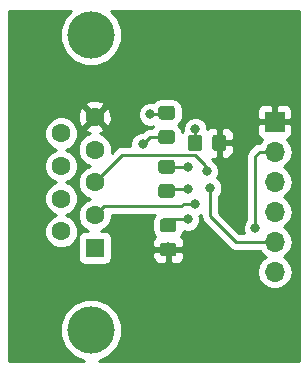
<source format=gbr>
G04 #@! TF.GenerationSoftware,KiCad,Pcbnew,(5.0.2)-1*
G04 #@! TF.CreationDate,2019-09-08T20:17:19-04:00*
G04 #@! TF.ProjectId,RS232_TTL_Female,52533233-325f-4545-944c-5f46656d616c,rev?*
G04 #@! TF.SameCoordinates,Original*
G04 #@! TF.FileFunction,Copper,L2,Bot*
G04 #@! TF.FilePolarity,Positive*
%FSLAX46Y46*%
G04 Gerber Fmt 4.6, Leading zero omitted, Abs format (unit mm)*
G04 Created by KiCad (PCBNEW (5.0.2)-1) date 9/8/2019 8:17:19 PM*
%MOMM*%
%LPD*%
G01*
G04 APERTURE LIST*
G04 #@! TA.AperFunction,Conductor*
%ADD10C,0.100000*%
G04 #@! TD*
G04 #@! TA.AperFunction,SMDPad,CuDef*
%ADD11C,1.150000*%
G04 #@! TD*
G04 #@! TA.AperFunction,ComponentPad*
%ADD12R,1.700000X1.700000*%
G04 #@! TD*
G04 #@! TA.AperFunction,ComponentPad*
%ADD13O,1.700000X1.700000*%
G04 #@! TD*
G04 #@! TA.AperFunction,ComponentPad*
%ADD14R,1.600000X1.600000*%
G04 #@! TD*
G04 #@! TA.AperFunction,ComponentPad*
%ADD15C,1.600000*%
G04 #@! TD*
G04 #@! TA.AperFunction,ComponentPad*
%ADD16C,4.000000*%
G04 #@! TD*
G04 #@! TA.AperFunction,ViaPad*
%ADD17C,0.800000*%
G04 #@! TD*
G04 #@! TA.AperFunction,Conductor*
%ADD18C,0.250000*%
G04 #@! TD*
G04 #@! TA.AperFunction,Conductor*
%ADD19C,0.254000*%
G04 #@! TD*
G04 APERTURE END LIST*
D10*
G04 #@! TO.N,Net-(C1-Pad1)*
G04 #@! TO.C,C1*
G36*
X14571505Y-8815204D02*
X14595773Y-8818804D01*
X14619572Y-8824765D01*
X14642671Y-8833030D01*
X14664850Y-8843520D01*
X14685893Y-8856132D01*
X14705599Y-8870747D01*
X14723777Y-8887223D01*
X14740253Y-8905401D01*
X14754868Y-8925107D01*
X14767480Y-8946150D01*
X14777970Y-8968329D01*
X14786235Y-8991428D01*
X14792196Y-9015227D01*
X14795796Y-9039495D01*
X14797000Y-9063999D01*
X14797000Y-9714001D01*
X14795796Y-9738505D01*
X14792196Y-9762773D01*
X14786235Y-9786572D01*
X14777970Y-9809671D01*
X14767480Y-9831850D01*
X14754868Y-9852893D01*
X14740253Y-9872599D01*
X14723777Y-9890777D01*
X14705599Y-9907253D01*
X14685893Y-9921868D01*
X14664850Y-9934480D01*
X14642671Y-9944970D01*
X14619572Y-9953235D01*
X14595773Y-9959196D01*
X14571505Y-9962796D01*
X14547001Y-9964000D01*
X13646999Y-9964000D01*
X13622495Y-9962796D01*
X13598227Y-9959196D01*
X13574428Y-9953235D01*
X13551329Y-9944970D01*
X13529150Y-9934480D01*
X13508107Y-9921868D01*
X13488401Y-9907253D01*
X13470223Y-9890777D01*
X13453747Y-9872599D01*
X13439132Y-9852893D01*
X13426520Y-9831850D01*
X13416030Y-9809671D01*
X13407765Y-9786572D01*
X13401804Y-9762773D01*
X13398204Y-9738505D01*
X13397000Y-9714001D01*
X13397000Y-9063999D01*
X13398204Y-9039495D01*
X13401804Y-9015227D01*
X13407765Y-8991428D01*
X13416030Y-8968329D01*
X13426520Y-8946150D01*
X13439132Y-8925107D01*
X13453747Y-8905401D01*
X13470223Y-8887223D01*
X13488401Y-8870747D01*
X13508107Y-8856132D01*
X13529150Y-8843520D01*
X13551329Y-8833030D01*
X13574428Y-8824765D01*
X13598227Y-8818804D01*
X13622495Y-8815204D01*
X13646999Y-8814000D01*
X14547001Y-8814000D01*
X14571505Y-8815204D01*
X14571505Y-8815204D01*
G37*
D11*
G04 #@! TD*
G04 #@! TO.P,C1,1*
G04 #@! TO.N,Net-(C1-Pad1)*
X14097000Y-9389000D03*
D10*
G04 #@! TO.N,Net-(C1-Pad2)*
G04 #@! TO.C,C1*
G36*
X14571505Y-10865204D02*
X14595773Y-10868804D01*
X14619572Y-10874765D01*
X14642671Y-10883030D01*
X14664850Y-10893520D01*
X14685893Y-10906132D01*
X14705599Y-10920747D01*
X14723777Y-10937223D01*
X14740253Y-10955401D01*
X14754868Y-10975107D01*
X14767480Y-10996150D01*
X14777970Y-11018329D01*
X14786235Y-11041428D01*
X14792196Y-11065227D01*
X14795796Y-11089495D01*
X14797000Y-11113999D01*
X14797000Y-11764001D01*
X14795796Y-11788505D01*
X14792196Y-11812773D01*
X14786235Y-11836572D01*
X14777970Y-11859671D01*
X14767480Y-11881850D01*
X14754868Y-11902893D01*
X14740253Y-11922599D01*
X14723777Y-11940777D01*
X14705599Y-11957253D01*
X14685893Y-11971868D01*
X14664850Y-11984480D01*
X14642671Y-11994970D01*
X14619572Y-12003235D01*
X14595773Y-12009196D01*
X14571505Y-12012796D01*
X14547001Y-12014000D01*
X13646999Y-12014000D01*
X13622495Y-12012796D01*
X13598227Y-12009196D01*
X13574428Y-12003235D01*
X13551329Y-11994970D01*
X13529150Y-11984480D01*
X13508107Y-11971868D01*
X13488401Y-11957253D01*
X13470223Y-11940777D01*
X13453747Y-11922599D01*
X13439132Y-11902893D01*
X13426520Y-11881850D01*
X13416030Y-11859671D01*
X13407765Y-11836572D01*
X13401804Y-11812773D01*
X13398204Y-11788505D01*
X13397000Y-11764001D01*
X13397000Y-11113999D01*
X13398204Y-11089495D01*
X13401804Y-11065227D01*
X13407765Y-11041428D01*
X13416030Y-11018329D01*
X13426520Y-10996150D01*
X13439132Y-10975107D01*
X13453747Y-10955401D01*
X13470223Y-10937223D01*
X13488401Y-10920747D01*
X13508107Y-10906132D01*
X13529150Y-10893520D01*
X13551329Y-10883030D01*
X13574428Y-10874765D01*
X13598227Y-10868804D01*
X13622495Y-10865204D01*
X13646999Y-10864000D01*
X14547001Y-10864000D01*
X14571505Y-10865204D01*
X14571505Y-10865204D01*
G37*
D11*
G04 #@! TD*
G04 #@! TO.P,C1,2*
G04 #@! TO.N,Net-(C1-Pad2)*
X14097000Y-11439000D03*
D10*
G04 #@! TO.N,Net-(C2-Pad2)*
G04 #@! TO.C,C2*
G36*
X14571505Y-15437204D02*
X14595773Y-15440804D01*
X14619572Y-15446765D01*
X14642671Y-15455030D01*
X14664850Y-15465520D01*
X14685893Y-15478132D01*
X14705599Y-15492747D01*
X14723777Y-15509223D01*
X14740253Y-15527401D01*
X14754868Y-15547107D01*
X14767480Y-15568150D01*
X14777970Y-15590329D01*
X14786235Y-15613428D01*
X14792196Y-15637227D01*
X14795796Y-15661495D01*
X14797000Y-15685999D01*
X14797000Y-16336001D01*
X14795796Y-16360505D01*
X14792196Y-16384773D01*
X14786235Y-16408572D01*
X14777970Y-16431671D01*
X14767480Y-16453850D01*
X14754868Y-16474893D01*
X14740253Y-16494599D01*
X14723777Y-16512777D01*
X14705599Y-16529253D01*
X14685893Y-16543868D01*
X14664850Y-16556480D01*
X14642671Y-16566970D01*
X14619572Y-16575235D01*
X14595773Y-16581196D01*
X14571505Y-16584796D01*
X14547001Y-16586000D01*
X13646999Y-16586000D01*
X13622495Y-16584796D01*
X13598227Y-16581196D01*
X13574428Y-16575235D01*
X13551329Y-16566970D01*
X13529150Y-16556480D01*
X13508107Y-16543868D01*
X13488401Y-16529253D01*
X13470223Y-16512777D01*
X13453747Y-16494599D01*
X13439132Y-16474893D01*
X13426520Y-16453850D01*
X13416030Y-16431671D01*
X13407765Y-16408572D01*
X13401804Y-16384773D01*
X13398204Y-16360505D01*
X13397000Y-16336001D01*
X13397000Y-15685999D01*
X13398204Y-15661495D01*
X13401804Y-15637227D01*
X13407765Y-15613428D01*
X13416030Y-15590329D01*
X13426520Y-15568150D01*
X13439132Y-15547107D01*
X13453747Y-15527401D01*
X13470223Y-15509223D01*
X13488401Y-15492747D01*
X13508107Y-15478132D01*
X13529150Y-15465520D01*
X13551329Y-15455030D01*
X13574428Y-15446765D01*
X13598227Y-15440804D01*
X13622495Y-15437204D01*
X13646999Y-15436000D01*
X14547001Y-15436000D01*
X14571505Y-15437204D01*
X14571505Y-15437204D01*
G37*
D11*
G04 #@! TD*
G04 #@! TO.P,C2,2*
G04 #@! TO.N,Net-(C2-Pad2)*
X14097000Y-16011000D03*
D10*
G04 #@! TO.N,Net-(C2-Pad1)*
G04 #@! TO.C,C2*
G36*
X14571505Y-13387204D02*
X14595773Y-13390804D01*
X14619572Y-13396765D01*
X14642671Y-13405030D01*
X14664850Y-13415520D01*
X14685893Y-13428132D01*
X14705599Y-13442747D01*
X14723777Y-13459223D01*
X14740253Y-13477401D01*
X14754868Y-13497107D01*
X14767480Y-13518150D01*
X14777970Y-13540329D01*
X14786235Y-13563428D01*
X14792196Y-13587227D01*
X14795796Y-13611495D01*
X14797000Y-13635999D01*
X14797000Y-14286001D01*
X14795796Y-14310505D01*
X14792196Y-14334773D01*
X14786235Y-14358572D01*
X14777970Y-14381671D01*
X14767480Y-14403850D01*
X14754868Y-14424893D01*
X14740253Y-14444599D01*
X14723777Y-14462777D01*
X14705599Y-14479253D01*
X14685893Y-14493868D01*
X14664850Y-14506480D01*
X14642671Y-14516970D01*
X14619572Y-14525235D01*
X14595773Y-14531196D01*
X14571505Y-14534796D01*
X14547001Y-14536000D01*
X13646999Y-14536000D01*
X13622495Y-14534796D01*
X13598227Y-14531196D01*
X13574428Y-14525235D01*
X13551329Y-14516970D01*
X13529150Y-14506480D01*
X13508107Y-14493868D01*
X13488401Y-14479253D01*
X13470223Y-14462777D01*
X13453747Y-14444599D01*
X13439132Y-14424893D01*
X13426520Y-14403850D01*
X13416030Y-14381671D01*
X13407765Y-14358572D01*
X13401804Y-14334773D01*
X13398204Y-14310505D01*
X13397000Y-14286001D01*
X13397000Y-13635999D01*
X13398204Y-13611495D01*
X13401804Y-13587227D01*
X13407765Y-13563428D01*
X13416030Y-13540329D01*
X13426520Y-13518150D01*
X13439132Y-13497107D01*
X13453747Y-13477401D01*
X13470223Y-13459223D01*
X13488401Y-13442747D01*
X13508107Y-13428132D01*
X13529150Y-13415520D01*
X13551329Y-13405030D01*
X13574428Y-13396765D01*
X13598227Y-13390804D01*
X13622495Y-13387204D01*
X13646999Y-13386000D01*
X14547001Y-13386000D01*
X14571505Y-13387204D01*
X14571505Y-13387204D01*
G37*
D11*
G04 #@! TD*
G04 #@! TO.P,C2,1*
G04 #@! TO.N,Net-(C2-Pad1)*
X14097000Y-13961000D03*
D10*
G04 #@! TO.N,GND*
G04 #@! TO.C,C3*
G36*
X18900505Y-11239204D02*
X18924773Y-11242804D01*
X18948572Y-11248765D01*
X18971671Y-11257030D01*
X18993850Y-11267520D01*
X19014893Y-11280132D01*
X19034599Y-11294747D01*
X19052777Y-11311223D01*
X19069253Y-11329401D01*
X19083868Y-11349107D01*
X19096480Y-11370150D01*
X19106970Y-11392329D01*
X19115235Y-11415428D01*
X19121196Y-11439227D01*
X19124796Y-11463495D01*
X19126000Y-11487999D01*
X19126000Y-12388001D01*
X19124796Y-12412505D01*
X19121196Y-12436773D01*
X19115235Y-12460572D01*
X19106970Y-12483671D01*
X19096480Y-12505850D01*
X19083868Y-12526893D01*
X19069253Y-12546599D01*
X19052777Y-12564777D01*
X19034599Y-12581253D01*
X19014893Y-12595868D01*
X18993850Y-12608480D01*
X18971671Y-12618970D01*
X18948572Y-12627235D01*
X18924773Y-12633196D01*
X18900505Y-12636796D01*
X18876001Y-12638000D01*
X18225999Y-12638000D01*
X18201495Y-12636796D01*
X18177227Y-12633196D01*
X18153428Y-12627235D01*
X18130329Y-12618970D01*
X18108150Y-12608480D01*
X18087107Y-12595868D01*
X18067401Y-12581253D01*
X18049223Y-12564777D01*
X18032747Y-12546599D01*
X18018132Y-12526893D01*
X18005520Y-12505850D01*
X17995030Y-12483671D01*
X17986765Y-12460572D01*
X17980804Y-12436773D01*
X17977204Y-12412505D01*
X17976000Y-12388001D01*
X17976000Y-11487999D01*
X17977204Y-11463495D01*
X17980804Y-11439227D01*
X17986765Y-11415428D01*
X17995030Y-11392329D01*
X18005520Y-11370150D01*
X18018132Y-11349107D01*
X18032747Y-11329401D01*
X18049223Y-11311223D01*
X18067401Y-11294747D01*
X18087107Y-11280132D01*
X18108150Y-11267520D01*
X18130329Y-11257030D01*
X18153428Y-11248765D01*
X18177227Y-11242804D01*
X18201495Y-11239204D01*
X18225999Y-11238000D01*
X18876001Y-11238000D01*
X18900505Y-11239204D01*
X18900505Y-11239204D01*
G37*
D11*
G04 #@! TD*
G04 #@! TO.P,C3,1*
G04 #@! TO.N,GND*
X18551000Y-11938000D03*
D10*
G04 #@! TO.N,Net-(C3-Pad2)*
G04 #@! TO.C,C3*
G36*
X16850505Y-11239204D02*
X16874773Y-11242804D01*
X16898572Y-11248765D01*
X16921671Y-11257030D01*
X16943850Y-11267520D01*
X16964893Y-11280132D01*
X16984599Y-11294747D01*
X17002777Y-11311223D01*
X17019253Y-11329401D01*
X17033868Y-11349107D01*
X17046480Y-11370150D01*
X17056970Y-11392329D01*
X17065235Y-11415428D01*
X17071196Y-11439227D01*
X17074796Y-11463495D01*
X17076000Y-11487999D01*
X17076000Y-12388001D01*
X17074796Y-12412505D01*
X17071196Y-12436773D01*
X17065235Y-12460572D01*
X17056970Y-12483671D01*
X17046480Y-12505850D01*
X17033868Y-12526893D01*
X17019253Y-12546599D01*
X17002777Y-12564777D01*
X16984599Y-12581253D01*
X16964893Y-12595868D01*
X16943850Y-12608480D01*
X16921671Y-12618970D01*
X16898572Y-12627235D01*
X16874773Y-12633196D01*
X16850505Y-12636796D01*
X16826001Y-12638000D01*
X16175999Y-12638000D01*
X16151495Y-12636796D01*
X16127227Y-12633196D01*
X16103428Y-12627235D01*
X16080329Y-12618970D01*
X16058150Y-12608480D01*
X16037107Y-12595868D01*
X16017401Y-12581253D01*
X15999223Y-12564777D01*
X15982747Y-12546599D01*
X15968132Y-12526893D01*
X15955520Y-12505850D01*
X15945030Y-12483671D01*
X15936765Y-12460572D01*
X15930804Y-12436773D01*
X15927204Y-12412505D01*
X15926000Y-12388001D01*
X15926000Y-11487999D01*
X15927204Y-11463495D01*
X15930804Y-11439227D01*
X15936765Y-11415428D01*
X15945030Y-11392329D01*
X15955520Y-11370150D01*
X15968132Y-11349107D01*
X15982747Y-11329401D01*
X15999223Y-11311223D01*
X16017401Y-11294747D01*
X16037107Y-11280132D01*
X16058150Y-11267520D01*
X16080329Y-11257030D01*
X16103428Y-11248765D01*
X16127227Y-11242804D01*
X16151495Y-11239204D01*
X16175999Y-11238000D01*
X16826001Y-11238000D01*
X16850505Y-11239204D01*
X16850505Y-11239204D01*
G37*
D11*
G04 #@! TD*
G04 #@! TO.P,C3,2*
G04 #@! TO.N,Net-(C3-Pad2)*
X16501000Y-11938000D03*
D10*
G04 #@! TO.N,Net-(C4-Pad2)*
G04 #@! TO.C,C4*
G36*
X14698505Y-18340204D02*
X14722773Y-18343804D01*
X14746572Y-18349765D01*
X14769671Y-18358030D01*
X14791850Y-18368520D01*
X14812893Y-18381132D01*
X14832599Y-18395747D01*
X14850777Y-18412223D01*
X14867253Y-18430401D01*
X14881868Y-18450107D01*
X14894480Y-18471150D01*
X14904970Y-18493329D01*
X14913235Y-18516428D01*
X14919196Y-18540227D01*
X14922796Y-18564495D01*
X14924000Y-18588999D01*
X14924000Y-19239001D01*
X14922796Y-19263505D01*
X14919196Y-19287773D01*
X14913235Y-19311572D01*
X14904970Y-19334671D01*
X14894480Y-19356850D01*
X14881868Y-19377893D01*
X14867253Y-19397599D01*
X14850777Y-19415777D01*
X14832599Y-19432253D01*
X14812893Y-19446868D01*
X14791850Y-19459480D01*
X14769671Y-19469970D01*
X14746572Y-19478235D01*
X14722773Y-19484196D01*
X14698505Y-19487796D01*
X14674001Y-19489000D01*
X13773999Y-19489000D01*
X13749495Y-19487796D01*
X13725227Y-19484196D01*
X13701428Y-19478235D01*
X13678329Y-19469970D01*
X13656150Y-19459480D01*
X13635107Y-19446868D01*
X13615401Y-19432253D01*
X13597223Y-19415777D01*
X13580747Y-19397599D01*
X13566132Y-19377893D01*
X13553520Y-19356850D01*
X13543030Y-19334671D01*
X13534765Y-19311572D01*
X13528804Y-19287773D01*
X13525204Y-19263505D01*
X13524000Y-19239001D01*
X13524000Y-18588999D01*
X13525204Y-18564495D01*
X13528804Y-18540227D01*
X13534765Y-18516428D01*
X13543030Y-18493329D01*
X13553520Y-18471150D01*
X13566132Y-18450107D01*
X13580747Y-18430401D01*
X13597223Y-18412223D01*
X13615401Y-18395747D01*
X13635107Y-18381132D01*
X13656150Y-18368520D01*
X13678329Y-18358030D01*
X13701428Y-18349765D01*
X13725227Y-18343804D01*
X13749495Y-18340204D01*
X13773999Y-18339000D01*
X14674001Y-18339000D01*
X14698505Y-18340204D01*
X14698505Y-18340204D01*
G37*
D11*
G04 #@! TD*
G04 #@! TO.P,C4,2*
G04 #@! TO.N,Net-(C4-Pad2)*
X14224000Y-18914000D03*
D10*
G04 #@! TO.N,GND*
G04 #@! TO.C,C4*
G36*
X14698505Y-20390204D02*
X14722773Y-20393804D01*
X14746572Y-20399765D01*
X14769671Y-20408030D01*
X14791850Y-20418520D01*
X14812893Y-20431132D01*
X14832599Y-20445747D01*
X14850777Y-20462223D01*
X14867253Y-20480401D01*
X14881868Y-20500107D01*
X14894480Y-20521150D01*
X14904970Y-20543329D01*
X14913235Y-20566428D01*
X14919196Y-20590227D01*
X14922796Y-20614495D01*
X14924000Y-20638999D01*
X14924000Y-21289001D01*
X14922796Y-21313505D01*
X14919196Y-21337773D01*
X14913235Y-21361572D01*
X14904970Y-21384671D01*
X14894480Y-21406850D01*
X14881868Y-21427893D01*
X14867253Y-21447599D01*
X14850777Y-21465777D01*
X14832599Y-21482253D01*
X14812893Y-21496868D01*
X14791850Y-21509480D01*
X14769671Y-21519970D01*
X14746572Y-21528235D01*
X14722773Y-21534196D01*
X14698505Y-21537796D01*
X14674001Y-21539000D01*
X13773999Y-21539000D01*
X13749495Y-21537796D01*
X13725227Y-21534196D01*
X13701428Y-21528235D01*
X13678329Y-21519970D01*
X13656150Y-21509480D01*
X13635107Y-21496868D01*
X13615401Y-21482253D01*
X13597223Y-21465777D01*
X13580747Y-21447599D01*
X13566132Y-21427893D01*
X13553520Y-21406850D01*
X13543030Y-21384671D01*
X13534765Y-21361572D01*
X13528804Y-21337773D01*
X13525204Y-21313505D01*
X13524000Y-21289001D01*
X13524000Y-20638999D01*
X13525204Y-20614495D01*
X13528804Y-20590227D01*
X13534765Y-20566428D01*
X13543030Y-20543329D01*
X13553520Y-20521150D01*
X13566132Y-20500107D01*
X13580747Y-20480401D01*
X13597223Y-20462223D01*
X13615401Y-20445747D01*
X13635107Y-20431132D01*
X13656150Y-20418520D01*
X13678329Y-20408030D01*
X13701428Y-20399765D01*
X13725227Y-20393804D01*
X13749495Y-20390204D01*
X13773999Y-20389000D01*
X14674001Y-20389000D01*
X14698505Y-20390204D01*
X14698505Y-20390204D01*
G37*
D11*
G04 #@! TD*
G04 #@! TO.P,C4,1*
G04 #@! TO.N,GND*
X14224000Y-20964000D03*
D12*
G04 #@! TO.P,H1,1*
G04 #@! TO.N,GND*
X23241000Y-10160000D03*
D13*
G04 #@! TO.P,H1,2*
G04 #@! TO.N,Net-(H1-Pad2)*
X23241000Y-12700000D03*
G04 #@! TO.P,H1,3*
G04 #@! TO.N,/VCC*
X23241000Y-15240000D03*
G04 #@! TO.P,H1,4*
G04 #@! TO.N,Net-(H1-Pad4)*
X23241000Y-17780000D03*
G04 #@! TO.P,H1,5*
G04 #@! TO.N,Net-(H1-Pad5)*
X23241000Y-20320000D03*
G04 #@! TO.P,H1,6*
G04 #@! TO.N,Net-(H1-Pad6)*
X23241000Y-22860000D03*
G04 #@! TD*
D14*
G04 #@! TO.P,J1,1*
G04 #@! TO.N,N/C*
X8001000Y-20828000D03*
D15*
G04 #@! TO.P,J1,2*
G04 #@! TO.N,/TXD*
X8001000Y-18058000D03*
G04 #@! TO.P,J1,3*
G04 #@! TO.N,/RXD*
X8001000Y-15288000D03*
G04 #@! TO.P,J1,4*
G04 #@! TO.N,N/C*
X8001000Y-12518000D03*
G04 #@! TO.P,J1,5*
G04 #@! TO.N,GND*
X8001000Y-9748000D03*
G04 #@! TO.P,J1,6*
G04 #@! TO.N,N/C*
X5161000Y-19443000D03*
G04 #@! TO.P,J1,7*
G04 #@! TO.N,/CTS*
X5161000Y-16673000D03*
G04 #@! TO.P,J1,8*
G04 #@! TO.N,/RTS*
X5161000Y-13903000D03*
G04 #@! TO.P,J1,9*
G04 #@! TO.N,N/C*
X5161000Y-11133000D03*
D16*
G04 #@! TO.P,J1,0*
G04 #@! TO.N,Net-(J1-Pad0)*
X7701000Y-2788000D03*
X7701000Y-27788000D03*
G04 #@! TD*
D17*
G04 #@! TO.N,Net-(C1-Pad1)*
X12700000Y-9525000D03*
G04 #@! TO.N,Net-(C1-Pad2)*
X12065000Y-12065000D03*
G04 #@! TO.N,Net-(C2-Pad2)*
X15875000Y-15875000D03*
G04 #@! TO.N,Net-(C2-Pad1)*
X15875000Y-13970000D03*
G04 #@! TO.N,GND*
X20955000Y-12065000D03*
G04 #@! TO.N,Net-(C3-Pad2)*
X16510000Y-10795000D03*
G04 #@! TO.N,Net-(C4-Pad2)*
X15875000Y-18415000D03*
G04 #@! TO.N,/TXD*
X16510000Y-17145000D03*
G04 #@! TO.N,/RXD*
X17489000Y-14351000D03*
G04 #@! TO.N,Net-(H1-Pad2)*
X21590000Y-19177000D03*
G04 #@! TO.N,Net-(H1-Pad5)*
X17780000Y-15748000D03*
G04 #@! TD*
D18*
G04 #@! TO.N,Net-(C1-Pad1)*
X13961000Y-9525000D02*
X14097000Y-9389000D01*
X12700000Y-9525000D02*
X13961000Y-9525000D01*
G04 #@! TO.N,Net-(C1-Pad2)*
X14097000Y-11439000D02*
X12691000Y-11439000D01*
X12691000Y-11439000D02*
X12065000Y-12065000D01*
G04 #@! TO.N,Net-(C2-Pad2)*
X14233000Y-15875000D02*
X14097000Y-16011000D01*
X15875000Y-15875000D02*
X14233000Y-15875000D01*
G04 #@! TO.N,Net-(C2-Pad1)*
X14097000Y-13961000D02*
X15866000Y-13961000D01*
X15866000Y-13961000D02*
X15875000Y-13970000D01*
G04 #@! TO.N,Net-(C3-Pad2)*
X16510000Y-11929000D02*
X16501000Y-11938000D01*
X16510000Y-10795000D02*
X16510000Y-11929000D01*
G04 #@! TO.N,Net-(C4-Pad2)*
X14723000Y-18415000D02*
X14224000Y-18914000D01*
X15875000Y-18415000D02*
X14723000Y-18415000D01*
G04 #@! TO.N,/TXD*
X8800999Y-17258001D02*
X8001000Y-18058000D01*
X15367000Y-17258001D02*
X8800999Y-17258001D01*
X15480001Y-17145000D02*
X15367000Y-17258001D01*
X16510000Y-17145000D02*
X15480001Y-17145000D01*
G04 #@! TO.N,/RXD*
X10325990Y-12963010D02*
X8001000Y-15288000D01*
X17331163Y-13784173D02*
X16510000Y-12963010D01*
X16510000Y-12963010D02*
X10325990Y-12963010D01*
X17489000Y-14351000D02*
X17331163Y-13784173D01*
G04 #@! TO.N,Net-(H1-Pad2)*
X21971000Y-12700000D02*
X23241000Y-12700000D01*
X21590000Y-19177000D02*
X21590000Y-13081000D01*
X21590000Y-13081000D02*
X21971000Y-12700000D01*
G04 #@! TO.N,Net-(H1-Pad5)*
X17780000Y-15748000D02*
X17780000Y-18161000D01*
X19939000Y-20320000D02*
X23241000Y-20320000D01*
X17780000Y-18161000D02*
X19939000Y-20320000D01*
G04 #@! TD*
D19*
G04 #@! TO.N,GND*
G36*
X5467155Y-1295392D02*
X5066000Y-2263866D01*
X5066000Y-3312134D01*
X5467155Y-4280608D01*
X6208392Y-5021845D01*
X7176866Y-5423000D01*
X8225134Y-5423000D01*
X9193608Y-5021845D01*
X9934845Y-4280608D01*
X10336000Y-3312134D01*
X10336000Y-2263866D01*
X9934845Y-1295392D01*
X9374453Y-735000D01*
X25300000Y-735000D01*
X25300001Y-30380000D01*
X8328945Y-30380000D01*
X9193608Y-30021845D01*
X9934845Y-29280608D01*
X10336000Y-28312134D01*
X10336000Y-27263866D01*
X9934845Y-26295392D01*
X9193608Y-25554155D01*
X8225134Y-25153000D01*
X7176866Y-25153000D01*
X6208392Y-25554155D01*
X5467155Y-26295392D01*
X5066000Y-27263866D01*
X5066000Y-28312134D01*
X5467155Y-29280608D01*
X6208392Y-30021845D01*
X7073055Y-30380000D01*
X735000Y-30380000D01*
X735000Y-10847561D01*
X3726000Y-10847561D01*
X3726000Y-11418439D01*
X3944466Y-11945862D01*
X4348138Y-12349534D01*
X4754850Y-12518000D01*
X4348138Y-12686466D01*
X3944466Y-13090138D01*
X3726000Y-13617561D01*
X3726000Y-14188439D01*
X3944466Y-14715862D01*
X4348138Y-15119534D01*
X4754850Y-15288000D01*
X4348138Y-15456466D01*
X3944466Y-15860138D01*
X3726000Y-16387561D01*
X3726000Y-16958439D01*
X3944466Y-17485862D01*
X4348138Y-17889534D01*
X4754850Y-18058000D01*
X4348138Y-18226466D01*
X3944466Y-18630138D01*
X3726000Y-19157561D01*
X3726000Y-19728439D01*
X3944466Y-20255862D01*
X4348138Y-20659534D01*
X4875561Y-20878000D01*
X5446439Y-20878000D01*
X5973862Y-20659534D01*
X6377534Y-20255862D01*
X6471917Y-20028000D01*
X6553560Y-20028000D01*
X6553560Y-21628000D01*
X6602843Y-21875765D01*
X6743191Y-22085809D01*
X6953235Y-22226157D01*
X7201000Y-22275440D01*
X8801000Y-22275440D01*
X9048765Y-22226157D01*
X9258809Y-22085809D01*
X9399157Y-21875765D01*
X9448440Y-21628000D01*
X9448440Y-21249750D01*
X12889000Y-21249750D01*
X12889000Y-21665309D01*
X12985673Y-21898698D01*
X13164301Y-22077327D01*
X13397690Y-22174000D01*
X13938250Y-22174000D01*
X14097000Y-22015250D01*
X14097000Y-21091000D01*
X14351000Y-21091000D01*
X14351000Y-22015250D01*
X14509750Y-22174000D01*
X15050310Y-22174000D01*
X15283699Y-22077327D01*
X15462327Y-21898698D01*
X15559000Y-21665309D01*
X15559000Y-21249750D01*
X15400250Y-21091000D01*
X14351000Y-21091000D01*
X14097000Y-21091000D01*
X13047750Y-21091000D01*
X12889000Y-21249750D01*
X9448440Y-21249750D01*
X9448440Y-20028000D01*
X9399157Y-19780235D01*
X9258809Y-19570191D01*
X9048765Y-19429843D01*
X8801000Y-19380560D01*
X8557893Y-19380560D01*
X8813862Y-19274534D01*
X9217534Y-18870862D01*
X9436000Y-18343439D01*
X9436000Y-18018001D01*
X13096926Y-18018001D01*
X12944873Y-18245564D01*
X12876560Y-18588999D01*
X12876560Y-19239001D01*
X12944873Y-19582436D01*
X13139414Y-19873586D01*
X13140597Y-19874377D01*
X12985673Y-20029302D01*
X12889000Y-20262691D01*
X12889000Y-20678250D01*
X13047750Y-20837000D01*
X14097000Y-20837000D01*
X14097000Y-20817000D01*
X14351000Y-20817000D01*
X14351000Y-20837000D01*
X15400250Y-20837000D01*
X15559000Y-20678250D01*
X15559000Y-20262691D01*
X15462327Y-20029302D01*
X15307403Y-19874377D01*
X15308586Y-19873586D01*
X15503127Y-19582436D01*
X15540101Y-19396556D01*
X15669126Y-19450000D01*
X16080874Y-19450000D01*
X16461280Y-19292431D01*
X16752431Y-19001280D01*
X16910000Y-18620874D01*
X16910000Y-18209126D01*
X16871273Y-18115632D01*
X17020001Y-18054027D01*
X17020001Y-18086148D01*
X17005112Y-18161000D01*
X17064097Y-18457537D01*
X17163250Y-18605929D01*
X17232072Y-18708929D01*
X17295528Y-18751329D01*
X19348671Y-20804473D01*
X19391071Y-20867929D01*
X19642463Y-21035904D01*
X19864148Y-21080000D01*
X19864152Y-21080000D01*
X19938999Y-21094888D01*
X20013846Y-21080000D01*
X21962822Y-21080000D01*
X22170375Y-21390625D01*
X22468761Y-21590000D01*
X22170375Y-21789375D01*
X21842161Y-22280582D01*
X21726908Y-22860000D01*
X21842161Y-23439418D01*
X22170375Y-23930625D01*
X22661582Y-24258839D01*
X23094744Y-24345000D01*
X23387256Y-24345000D01*
X23820418Y-24258839D01*
X24311625Y-23930625D01*
X24639839Y-23439418D01*
X24755092Y-22860000D01*
X24639839Y-22280582D01*
X24311625Y-21789375D01*
X24013239Y-21590000D01*
X24311625Y-21390625D01*
X24639839Y-20899418D01*
X24755092Y-20320000D01*
X24639839Y-19740582D01*
X24311625Y-19249375D01*
X24013239Y-19050000D01*
X24311625Y-18850625D01*
X24639839Y-18359418D01*
X24755092Y-17780000D01*
X24639839Y-17200582D01*
X24311625Y-16709375D01*
X24013239Y-16510000D01*
X24311625Y-16310625D01*
X24639839Y-15819418D01*
X24755092Y-15240000D01*
X24639839Y-14660582D01*
X24311625Y-14169375D01*
X24013239Y-13970000D01*
X24311625Y-13770625D01*
X24639839Y-13279418D01*
X24755092Y-12700000D01*
X24639839Y-12120582D01*
X24311625Y-11629375D01*
X24289967Y-11614904D01*
X24450698Y-11548327D01*
X24629327Y-11369699D01*
X24726000Y-11136310D01*
X24726000Y-10445750D01*
X24567250Y-10287000D01*
X23368000Y-10287000D01*
X23368000Y-10307000D01*
X23114000Y-10307000D01*
X23114000Y-10287000D01*
X21914750Y-10287000D01*
X21756000Y-10445750D01*
X21756000Y-11136310D01*
X21852673Y-11369699D01*
X22031302Y-11548327D01*
X22192033Y-11614904D01*
X22170375Y-11629375D01*
X21972562Y-11925423D01*
X21970999Y-11925112D01*
X21896152Y-11940000D01*
X21896148Y-11940000D01*
X21674463Y-11984096D01*
X21423071Y-12152071D01*
X21380671Y-12215528D01*
X21105527Y-12490671D01*
X21042072Y-12533071D01*
X20999672Y-12596527D01*
X20999671Y-12596528D01*
X20874097Y-12784463D01*
X20815112Y-13081000D01*
X20830001Y-13155852D01*
X20830000Y-18473289D01*
X20712569Y-18590720D01*
X20555000Y-18971126D01*
X20555000Y-19382874D01*
X20628368Y-19560000D01*
X20253802Y-19560000D01*
X18540000Y-17846199D01*
X18540000Y-16451711D01*
X18657431Y-16334280D01*
X18815000Y-15953874D01*
X18815000Y-15542126D01*
X18657431Y-15161720D01*
X18385926Y-14890215D01*
X18524000Y-14556874D01*
X18524000Y-14145126D01*
X18366431Y-13764720D01*
X18075280Y-13473569D01*
X18023275Y-13452028D01*
X17988678Y-13400250D01*
X17941281Y-13306463D01*
X17902363Y-13273000D01*
X18265250Y-13273000D01*
X18424000Y-13114250D01*
X18424000Y-12065000D01*
X18678000Y-12065000D01*
X18678000Y-13114250D01*
X18836750Y-13273000D01*
X19252309Y-13273000D01*
X19485698Y-13176327D01*
X19664327Y-12997699D01*
X19761000Y-12764310D01*
X19761000Y-12223750D01*
X19602250Y-12065000D01*
X18678000Y-12065000D01*
X18424000Y-12065000D01*
X18404000Y-12065000D01*
X18404000Y-11811000D01*
X18424000Y-11811000D01*
X18424000Y-10761750D01*
X18678000Y-10761750D01*
X18678000Y-11811000D01*
X19602250Y-11811000D01*
X19761000Y-11652250D01*
X19761000Y-11111690D01*
X19664327Y-10878301D01*
X19485698Y-10699673D01*
X19252309Y-10603000D01*
X18836750Y-10603000D01*
X18678000Y-10761750D01*
X18424000Y-10761750D01*
X18265250Y-10603000D01*
X17849691Y-10603000D01*
X17616302Y-10699673D01*
X17545000Y-10770975D01*
X17545000Y-10589126D01*
X17387431Y-10208720D01*
X17096280Y-9917569D01*
X16715874Y-9760000D01*
X16304126Y-9760000D01*
X15923720Y-9917569D01*
X15632569Y-10208720D01*
X15475000Y-10589126D01*
X15475000Y-10952809D01*
X15426743Y-11025030D01*
X15376127Y-10770564D01*
X15181586Y-10479414D01*
X15083687Y-10414000D01*
X15181586Y-10348586D01*
X15376127Y-10057436D01*
X15444440Y-9714001D01*
X15444440Y-9183690D01*
X21756000Y-9183690D01*
X21756000Y-9874250D01*
X21914750Y-10033000D01*
X23114000Y-10033000D01*
X23114000Y-8833750D01*
X23368000Y-8833750D01*
X23368000Y-10033000D01*
X24567250Y-10033000D01*
X24726000Y-9874250D01*
X24726000Y-9183690D01*
X24629327Y-8950301D01*
X24450698Y-8771673D01*
X24217309Y-8675000D01*
X23526750Y-8675000D01*
X23368000Y-8833750D01*
X23114000Y-8833750D01*
X22955250Y-8675000D01*
X22264691Y-8675000D01*
X22031302Y-8771673D01*
X21852673Y-8950301D01*
X21756000Y-9183690D01*
X15444440Y-9183690D01*
X15444440Y-9063999D01*
X15376127Y-8720564D01*
X15181586Y-8429414D01*
X14890436Y-8234873D01*
X14547001Y-8166560D01*
X13646999Y-8166560D01*
X13303564Y-8234873D01*
X13012414Y-8429414D01*
X12957612Y-8511431D01*
X12905874Y-8490000D01*
X12494126Y-8490000D01*
X12113720Y-8647569D01*
X11822569Y-8938720D01*
X11665000Y-9319126D01*
X11665000Y-9730874D01*
X11822569Y-10111280D01*
X12113720Y-10402431D01*
X12494126Y-10560000D01*
X12905874Y-10560000D01*
X12978733Y-10529821D01*
X12879054Y-10679000D01*
X12765848Y-10679000D01*
X12691000Y-10664112D01*
X12616152Y-10679000D01*
X12616148Y-10679000D01*
X12442605Y-10713520D01*
X12394462Y-10723096D01*
X12345600Y-10755745D01*
X12143071Y-10891071D01*
X12100671Y-10954527D01*
X12025198Y-11030000D01*
X11859126Y-11030000D01*
X11478720Y-11187569D01*
X11187569Y-11478720D01*
X11030000Y-11859126D01*
X11030000Y-12203010D01*
X10400836Y-12203010D01*
X10325989Y-12188122D01*
X10251142Y-12203010D01*
X10251138Y-12203010D01*
X10029453Y-12247106D01*
X10029451Y-12247107D01*
X10029452Y-12247107D01*
X9841516Y-12372681D01*
X9841514Y-12372683D01*
X9778061Y-12415081D01*
X9735663Y-12478534D01*
X9436000Y-12778197D01*
X9436000Y-12232561D01*
X9217534Y-11705138D01*
X8813862Y-11301466D01*
X8422782Y-11139475D01*
X8755005Y-11001864D01*
X8829139Y-10755745D01*
X8001000Y-9927605D01*
X7172861Y-10755745D01*
X7246995Y-11001864D01*
X7602739Y-11129732D01*
X7188138Y-11301466D01*
X6784466Y-11705138D01*
X6566000Y-12232561D01*
X6566000Y-12803439D01*
X6784466Y-13330862D01*
X7188138Y-13734534D01*
X7594850Y-13903000D01*
X7188138Y-14071466D01*
X6784466Y-14475138D01*
X6566000Y-15002561D01*
X6566000Y-15573439D01*
X6784466Y-16100862D01*
X7188138Y-16504534D01*
X7594850Y-16673000D01*
X7188138Y-16841466D01*
X6784466Y-17245138D01*
X6566000Y-17772561D01*
X6566000Y-18343439D01*
X6784466Y-18870862D01*
X7188138Y-19274534D01*
X7444107Y-19380560D01*
X7201000Y-19380560D01*
X6953235Y-19429843D01*
X6743191Y-19570191D01*
X6602843Y-19780235D01*
X6553560Y-20028000D01*
X6471917Y-20028000D01*
X6596000Y-19728439D01*
X6596000Y-19157561D01*
X6377534Y-18630138D01*
X5973862Y-18226466D01*
X5567150Y-18058000D01*
X5973862Y-17889534D01*
X6377534Y-17485862D01*
X6596000Y-16958439D01*
X6596000Y-16387561D01*
X6377534Y-15860138D01*
X5973862Y-15456466D01*
X5567150Y-15288000D01*
X5973862Y-15119534D01*
X6377534Y-14715862D01*
X6596000Y-14188439D01*
X6596000Y-13617561D01*
X6377534Y-13090138D01*
X5973862Y-12686466D01*
X5567150Y-12518000D01*
X5973862Y-12349534D01*
X6377534Y-11945862D01*
X6596000Y-11418439D01*
X6596000Y-10847561D01*
X6377534Y-10320138D01*
X5973862Y-9916466D01*
X5446439Y-9698000D01*
X4875561Y-9698000D01*
X4348138Y-9916466D01*
X3944466Y-10320138D01*
X3726000Y-10847561D01*
X735000Y-10847561D01*
X735000Y-9531223D01*
X6554035Y-9531223D01*
X6581222Y-10101454D01*
X6747136Y-10502005D01*
X6993255Y-10576139D01*
X7821395Y-9748000D01*
X8180605Y-9748000D01*
X9008745Y-10576139D01*
X9254864Y-10502005D01*
X9447965Y-9964777D01*
X9420778Y-9394546D01*
X9254864Y-8993995D01*
X9008745Y-8919861D01*
X8180605Y-9748000D01*
X7821395Y-9748000D01*
X6993255Y-8919861D01*
X6747136Y-8993995D01*
X6554035Y-9531223D01*
X735000Y-9531223D01*
X735000Y-8740255D01*
X7172861Y-8740255D01*
X8001000Y-9568395D01*
X8829139Y-8740255D01*
X8755005Y-8494136D01*
X8217777Y-8301035D01*
X7647546Y-8328222D01*
X7246995Y-8494136D01*
X7172861Y-8740255D01*
X735000Y-8740255D01*
X735000Y-735000D01*
X6027547Y-735000D01*
X5467155Y-1295392D01*
X5467155Y-1295392D01*
G37*
X5467155Y-1295392D02*
X5066000Y-2263866D01*
X5066000Y-3312134D01*
X5467155Y-4280608D01*
X6208392Y-5021845D01*
X7176866Y-5423000D01*
X8225134Y-5423000D01*
X9193608Y-5021845D01*
X9934845Y-4280608D01*
X10336000Y-3312134D01*
X10336000Y-2263866D01*
X9934845Y-1295392D01*
X9374453Y-735000D01*
X25300000Y-735000D01*
X25300001Y-30380000D01*
X8328945Y-30380000D01*
X9193608Y-30021845D01*
X9934845Y-29280608D01*
X10336000Y-28312134D01*
X10336000Y-27263866D01*
X9934845Y-26295392D01*
X9193608Y-25554155D01*
X8225134Y-25153000D01*
X7176866Y-25153000D01*
X6208392Y-25554155D01*
X5467155Y-26295392D01*
X5066000Y-27263866D01*
X5066000Y-28312134D01*
X5467155Y-29280608D01*
X6208392Y-30021845D01*
X7073055Y-30380000D01*
X735000Y-30380000D01*
X735000Y-10847561D01*
X3726000Y-10847561D01*
X3726000Y-11418439D01*
X3944466Y-11945862D01*
X4348138Y-12349534D01*
X4754850Y-12518000D01*
X4348138Y-12686466D01*
X3944466Y-13090138D01*
X3726000Y-13617561D01*
X3726000Y-14188439D01*
X3944466Y-14715862D01*
X4348138Y-15119534D01*
X4754850Y-15288000D01*
X4348138Y-15456466D01*
X3944466Y-15860138D01*
X3726000Y-16387561D01*
X3726000Y-16958439D01*
X3944466Y-17485862D01*
X4348138Y-17889534D01*
X4754850Y-18058000D01*
X4348138Y-18226466D01*
X3944466Y-18630138D01*
X3726000Y-19157561D01*
X3726000Y-19728439D01*
X3944466Y-20255862D01*
X4348138Y-20659534D01*
X4875561Y-20878000D01*
X5446439Y-20878000D01*
X5973862Y-20659534D01*
X6377534Y-20255862D01*
X6471917Y-20028000D01*
X6553560Y-20028000D01*
X6553560Y-21628000D01*
X6602843Y-21875765D01*
X6743191Y-22085809D01*
X6953235Y-22226157D01*
X7201000Y-22275440D01*
X8801000Y-22275440D01*
X9048765Y-22226157D01*
X9258809Y-22085809D01*
X9399157Y-21875765D01*
X9448440Y-21628000D01*
X9448440Y-21249750D01*
X12889000Y-21249750D01*
X12889000Y-21665309D01*
X12985673Y-21898698D01*
X13164301Y-22077327D01*
X13397690Y-22174000D01*
X13938250Y-22174000D01*
X14097000Y-22015250D01*
X14097000Y-21091000D01*
X14351000Y-21091000D01*
X14351000Y-22015250D01*
X14509750Y-22174000D01*
X15050310Y-22174000D01*
X15283699Y-22077327D01*
X15462327Y-21898698D01*
X15559000Y-21665309D01*
X15559000Y-21249750D01*
X15400250Y-21091000D01*
X14351000Y-21091000D01*
X14097000Y-21091000D01*
X13047750Y-21091000D01*
X12889000Y-21249750D01*
X9448440Y-21249750D01*
X9448440Y-20028000D01*
X9399157Y-19780235D01*
X9258809Y-19570191D01*
X9048765Y-19429843D01*
X8801000Y-19380560D01*
X8557893Y-19380560D01*
X8813862Y-19274534D01*
X9217534Y-18870862D01*
X9436000Y-18343439D01*
X9436000Y-18018001D01*
X13096926Y-18018001D01*
X12944873Y-18245564D01*
X12876560Y-18588999D01*
X12876560Y-19239001D01*
X12944873Y-19582436D01*
X13139414Y-19873586D01*
X13140597Y-19874377D01*
X12985673Y-20029302D01*
X12889000Y-20262691D01*
X12889000Y-20678250D01*
X13047750Y-20837000D01*
X14097000Y-20837000D01*
X14097000Y-20817000D01*
X14351000Y-20817000D01*
X14351000Y-20837000D01*
X15400250Y-20837000D01*
X15559000Y-20678250D01*
X15559000Y-20262691D01*
X15462327Y-20029302D01*
X15307403Y-19874377D01*
X15308586Y-19873586D01*
X15503127Y-19582436D01*
X15540101Y-19396556D01*
X15669126Y-19450000D01*
X16080874Y-19450000D01*
X16461280Y-19292431D01*
X16752431Y-19001280D01*
X16910000Y-18620874D01*
X16910000Y-18209126D01*
X16871273Y-18115632D01*
X17020001Y-18054027D01*
X17020001Y-18086148D01*
X17005112Y-18161000D01*
X17064097Y-18457537D01*
X17163250Y-18605929D01*
X17232072Y-18708929D01*
X17295528Y-18751329D01*
X19348671Y-20804473D01*
X19391071Y-20867929D01*
X19642463Y-21035904D01*
X19864148Y-21080000D01*
X19864152Y-21080000D01*
X19938999Y-21094888D01*
X20013846Y-21080000D01*
X21962822Y-21080000D01*
X22170375Y-21390625D01*
X22468761Y-21590000D01*
X22170375Y-21789375D01*
X21842161Y-22280582D01*
X21726908Y-22860000D01*
X21842161Y-23439418D01*
X22170375Y-23930625D01*
X22661582Y-24258839D01*
X23094744Y-24345000D01*
X23387256Y-24345000D01*
X23820418Y-24258839D01*
X24311625Y-23930625D01*
X24639839Y-23439418D01*
X24755092Y-22860000D01*
X24639839Y-22280582D01*
X24311625Y-21789375D01*
X24013239Y-21590000D01*
X24311625Y-21390625D01*
X24639839Y-20899418D01*
X24755092Y-20320000D01*
X24639839Y-19740582D01*
X24311625Y-19249375D01*
X24013239Y-19050000D01*
X24311625Y-18850625D01*
X24639839Y-18359418D01*
X24755092Y-17780000D01*
X24639839Y-17200582D01*
X24311625Y-16709375D01*
X24013239Y-16510000D01*
X24311625Y-16310625D01*
X24639839Y-15819418D01*
X24755092Y-15240000D01*
X24639839Y-14660582D01*
X24311625Y-14169375D01*
X24013239Y-13970000D01*
X24311625Y-13770625D01*
X24639839Y-13279418D01*
X24755092Y-12700000D01*
X24639839Y-12120582D01*
X24311625Y-11629375D01*
X24289967Y-11614904D01*
X24450698Y-11548327D01*
X24629327Y-11369699D01*
X24726000Y-11136310D01*
X24726000Y-10445750D01*
X24567250Y-10287000D01*
X23368000Y-10287000D01*
X23368000Y-10307000D01*
X23114000Y-10307000D01*
X23114000Y-10287000D01*
X21914750Y-10287000D01*
X21756000Y-10445750D01*
X21756000Y-11136310D01*
X21852673Y-11369699D01*
X22031302Y-11548327D01*
X22192033Y-11614904D01*
X22170375Y-11629375D01*
X21972562Y-11925423D01*
X21970999Y-11925112D01*
X21896152Y-11940000D01*
X21896148Y-11940000D01*
X21674463Y-11984096D01*
X21423071Y-12152071D01*
X21380671Y-12215528D01*
X21105527Y-12490671D01*
X21042072Y-12533071D01*
X20999672Y-12596527D01*
X20999671Y-12596528D01*
X20874097Y-12784463D01*
X20815112Y-13081000D01*
X20830001Y-13155852D01*
X20830000Y-18473289D01*
X20712569Y-18590720D01*
X20555000Y-18971126D01*
X20555000Y-19382874D01*
X20628368Y-19560000D01*
X20253802Y-19560000D01*
X18540000Y-17846199D01*
X18540000Y-16451711D01*
X18657431Y-16334280D01*
X18815000Y-15953874D01*
X18815000Y-15542126D01*
X18657431Y-15161720D01*
X18385926Y-14890215D01*
X18524000Y-14556874D01*
X18524000Y-14145126D01*
X18366431Y-13764720D01*
X18075280Y-13473569D01*
X18023275Y-13452028D01*
X17988678Y-13400250D01*
X17941281Y-13306463D01*
X17902363Y-13273000D01*
X18265250Y-13273000D01*
X18424000Y-13114250D01*
X18424000Y-12065000D01*
X18678000Y-12065000D01*
X18678000Y-13114250D01*
X18836750Y-13273000D01*
X19252309Y-13273000D01*
X19485698Y-13176327D01*
X19664327Y-12997699D01*
X19761000Y-12764310D01*
X19761000Y-12223750D01*
X19602250Y-12065000D01*
X18678000Y-12065000D01*
X18424000Y-12065000D01*
X18404000Y-12065000D01*
X18404000Y-11811000D01*
X18424000Y-11811000D01*
X18424000Y-10761750D01*
X18678000Y-10761750D01*
X18678000Y-11811000D01*
X19602250Y-11811000D01*
X19761000Y-11652250D01*
X19761000Y-11111690D01*
X19664327Y-10878301D01*
X19485698Y-10699673D01*
X19252309Y-10603000D01*
X18836750Y-10603000D01*
X18678000Y-10761750D01*
X18424000Y-10761750D01*
X18265250Y-10603000D01*
X17849691Y-10603000D01*
X17616302Y-10699673D01*
X17545000Y-10770975D01*
X17545000Y-10589126D01*
X17387431Y-10208720D01*
X17096280Y-9917569D01*
X16715874Y-9760000D01*
X16304126Y-9760000D01*
X15923720Y-9917569D01*
X15632569Y-10208720D01*
X15475000Y-10589126D01*
X15475000Y-10952809D01*
X15426743Y-11025030D01*
X15376127Y-10770564D01*
X15181586Y-10479414D01*
X15083687Y-10414000D01*
X15181586Y-10348586D01*
X15376127Y-10057436D01*
X15444440Y-9714001D01*
X15444440Y-9183690D01*
X21756000Y-9183690D01*
X21756000Y-9874250D01*
X21914750Y-10033000D01*
X23114000Y-10033000D01*
X23114000Y-8833750D01*
X23368000Y-8833750D01*
X23368000Y-10033000D01*
X24567250Y-10033000D01*
X24726000Y-9874250D01*
X24726000Y-9183690D01*
X24629327Y-8950301D01*
X24450698Y-8771673D01*
X24217309Y-8675000D01*
X23526750Y-8675000D01*
X23368000Y-8833750D01*
X23114000Y-8833750D01*
X22955250Y-8675000D01*
X22264691Y-8675000D01*
X22031302Y-8771673D01*
X21852673Y-8950301D01*
X21756000Y-9183690D01*
X15444440Y-9183690D01*
X15444440Y-9063999D01*
X15376127Y-8720564D01*
X15181586Y-8429414D01*
X14890436Y-8234873D01*
X14547001Y-8166560D01*
X13646999Y-8166560D01*
X13303564Y-8234873D01*
X13012414Y-8429414D01*
X12957612Y-8511431D01*
X12905874Y-8490000D01*
X12494126Y-8490000D01*
X12113720Y-8647569D01*
X11822569Y-8938720D01*
X11665000Y-9319126D01*
X11665000Y-9730874D01*
X11822569Y-10111280D01*
X12113720Y-10402431D01*
X12494126Y-10560000D01*
X12905874Y-10560000D01*
X12978733Y-10529821D01*
X12879054Y-10679000D01*
X12765848Y-10679000D01*
X12691000Y-10664112D01*
X12616152Y-10679000D01*
X12616148Y-10679000D01*
X12442605Y-10713520D01*
X12394462Y-10723096D01*
X12345600Y-10755745D01*
X12143071Y-10891071D01*
X12100671Y-10954527D01*
X12025198Y-11030000D01*
X11859126Y-11030000D01*
X11478720Y-11187569D01*
X11187569Y-11478720D01*
X11030000Y-11859126D01*
X11030000Y-12203010D01*
X10400836Y-12203010D01*
X10325989Y-12188122D01*
X10251142Y-12203010D01*
X10251138Y-12203010D01*
X10029453Y-12247106D01*
X10029451Y-12247107D01*
X10029452Y-12247107D01*
X9841516Y-12372681D01*
X9841514Y-12372683D01*
X9778061Y-12415081D01*
X9735663Y-12478534D01*
X9436000Y-12778197D01*
X9436000Y-12232561D01*
X9217534Y-11705138D01*
X8813862Y-11301466D01*
X8422782Y-11139475D01*
X8755005Y-11001864D01*
X8829139Y-10755745D01*
X8001000Y-9927605D01*
X7172861Y-10755745D01*
X7246995Y-11001864D01*
X7602739Y-11129732D01*
X7188138Y-11301466D01*
X6784466Y-11705138D01*
X6566000Y-12232561D01*
X6566000Y-12803439D01*
X6784466Y-13330862D01*
X7188138Y-13734534D01*
X7594850Y-13903000D01*
X7188138Y-14071466D01*
X6784466Y-14475138D01*
X6566000Y-15002561D01*
X6566000Y-15573439D01*
X6784466Y-16100862D01*
X7188138Y-16504534D01*
X7594850Y-16673000D01*
X7188138Y-16841466D01*
X6784466Y-17245138D01*
X6566000Y-17772561D01*
X6566000Y-18343439D01*
X6784466Y-18870862D01*
X7188138Y-19274534D01*
X7444107Y-19380560D01*
X7201000Y-19380560D01*
X6953235Y-19429843D01*
X6743191Y-19570191D01*
X6602843Y-19780235D01*
X6553560Y-20028000D01*
X6471917Y-20028000D01*
X6596000Y-19728439D01*
X6596000Y-19157561D01*
X6377534Y-18630138D01*
X5973862Y-18226466D01*
X5567150Y-18058000D01*
X5973862Y-17889534D01*
X6377534Y-17485862D01*
X6596000Y-16958439D01*
X6596000Y-16387561D01*
X6377534Y-15860138D01*
X5973862Y-15456466D01*
X5567150Y-15288000D01*
X5973862Y-15119534D01*
X6377534Y-14715862D01*
X6596000Y-14188439D01*
X6596000Y-13617561D01*
X6377534Y-13090138D01*
X5973862Y-12686466D01*
X5567150Y-12518000D01*
X5973862Y-12349534D01*
X6377534Y-11945862D01*
X6596000Y-11418439D01*
X6596000Y-10847561D01*
X6377534Y-10320138D01*
X5973862Y-9916466D01*
X5446439Y-9698000D01*
X4875561Y-9698000D01*
X4348138Y-9916466D01*
X3944466Y-10320138D01*
X3726000Y-10847561D01*
X735000Y-10847561D01*
X735000Y-9531223D01*
X6554035Y-9531223D01*
X6581222Y-10101454D01*
X6747136Y-10502005D01*
X6993255Y-10576139D01*
X7821395Y-9748000D01*
X8180605Y-9748000D01*
X9008745Y-10576139D01*
X9254864Y-10502005D01*
X9447965Y-9964777D01*
X9420778Y-9394546D01*
X9254864Y-8993995D01*
X9008745Y-8919861D01*
X8180605Y-9748000D01*
X7821395Y-9748000D01*
X6993255Y-8919861D01*
X6747136Y-8993995D01*
X6554035Y-9531223D01*
X735000Y-9531223D01*
X735000Y-8740255D01*
X7172861Y-8740255D01*
X8001000Y-9568395D01*
X8829139Y-8740255D01*
X8755005Y-8494136D01*
X8217777Y-8301035D01*
X7647546Y-8328222D01*
X7246995Y-8494136D01*
X7172861Y-8740255D01*
X735000Y-8740255D01*
X735000Y-735000D01*
X6027547Y-735000D01*
X5467155Y-1295392D01*
G04 #@! TD*
M02*

</source>
